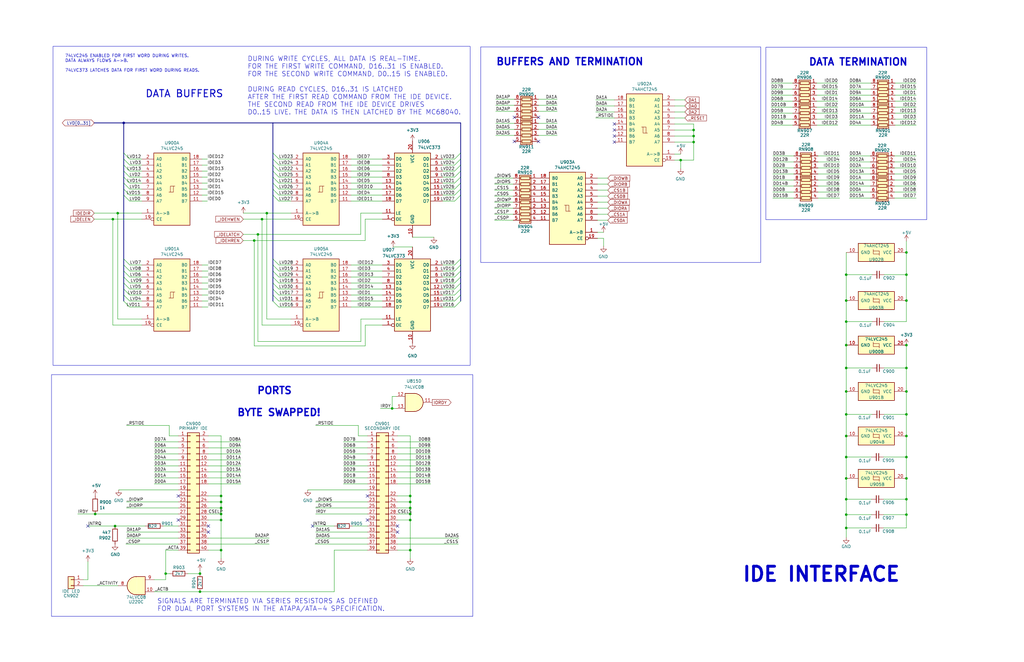
<source format=kicad_sch>
(kicad_sch (version 20230121) (generator eeschema)
  (paper "B")
  (title_block (title "AMIGA PCI") (date "2024-03-23") (rev "2.0"))
  (junction (at 356.8192 174.8536))
  (junction (at 108.7628 98.9076))
  (junction (at 172.974 219.456))
  (junction (at 165.354 172.3644))
  (junction (at 356.8192 115.9256))
  (junction (at 356.8192 145.6436))
  (junction (at 292.481 59.944))
  (junction (at 356.8192 192.8876))
  (junction (at 356.8192 165.2016))
  (junction (at 47.5996 92.5068))
  (junction (at 356.8192 135.7376))
  (junction (at 292.481 54.864))
  (junction (at 93.218 219.456))
  (junction (at 382.2192 192.8876))
  (junction (at 356.8192 210.6676))
  (junction (at 382.2192 145.6436))
  (junction (at 84.328 242.062))
  (junction (at 172.974 216.916))
  (junction (at 93.218 209.296))
  (junction (at 382.2192 201.8792))
  (junction (at 382.2192 165.2016))
  (junction (at 356.8192 155.2956))
  (junction (at 40.132 216.916))
  (junction (at 356.8192 183.9976))
  (junction (at 52.1716 51.8668))
  (junction (at 172.974 211.836))
  (junction (at 356.8192 217.17))
  (junction (at 382.2192 106.5276))
  (junction (at 382.2192 155.2956))
  (junction (at 49.6316 89.9668))
  (junction (at 287.02 67.564))
  (junction (at 93.218 211.836))
  (junction (at 292.481 57.404))
  (junction (at 93.218 232.156))
  (junction (at 48.514 221.996))
  (junction (at 69.85 242.062))
  (junction (at 172.974 214.376))
  (junction (at 356.8192 126.8476))
  (junction (at 107.188 101.4984))
  (junction (at 93.218 214.376))
  (junction (at 382.2192 174.8536))
  (junction (at 382.2192 115.9256))
  (junction (at 172.974 232.156))
  (junction (at 382.2192 210.6676))
  (junction (at 356.8192 222.8088))
  (junction (at 356.8192 201.8792))
  (junction (at 110.49 92.5068))
  (junction (at 93.218 216.916))
  (junction (at 382.2192 126.8476))
  (junction (at 382.2192 183.9976))
  (junction (at 172.974 209.296))
  (junction (at 112.522 89.9668))
  (junction (at 84.328 249.682))
  (junction (at 382.2192 217.17))
  (no_connect (at 87.884 221.996))
  (no_connect (at 37.084 221.996))
  (no_connect (at 259.08 54.864))
  (no_connect (at 216.916 59.69))
  (no_connect (at 87.884 224.536))
  (no_connect (at 216.916 49.53))
  (no_connect (at 154.94 209.296))
  (no_connect (at 259.08 59.944))
  (no_connect (at 259.08 52.324))
  (no_connect (at 167.64 224.536))
  (no_connect (at 227.076 49.53))
  (no_connect (at 131.826 221.996))
  (no_connect (at 259.08 57.404))
  (no_connect (at 167.64 221.996))
  (no_connect (at 227.076 59.69))
  (no_connect (at 75.184 209.296))
  (no_connect (at 154.94 219.456))
  (no_connect (at 75.184 219.456))
  (bus_entry (at 194.2592 121.9708) (size -2.54 2.54))
  (bus_entry (at 194.2592 114.3508) (size -2.54 2.54))
  (bus_entry (at 115.062 79.8068) (size 2.54 2.54))
  (bus_entry (at 194.2592 119.4308) (size -2.54 2.54))
  (bus_entry (at 194.2592 64.5668) (size -2.54 2.54))
  (bus_entry (at 52.1716 127.0508) (size 2.54 2.54))
  (bus_entry (at 115.062 124.5108) (size 2.54 2.54))
  (bus_entry (at 194.2592 116.8908) (size -2.54 2.54))
  (bus_entry (at 115.062 82.3468) (size 2.54 2.54))
  (bus_entry (at 52.1716 72.1868) (size 2.54 2.54))
  (bus_entry (at 52.1716 114.3508) (size 2.54 2.54))
  (bus_entry (at 52.1716 121.9708) (size 2.54 2.54))
  (bus_entry (at 52.1716 119.4308) (size 2.54 2.54))
  (bus_entry (at 194.2592 67.1068) (size -2.54 2.54))
  (bus_entry (at 115.062 127.0508) (size 2.54 2.54))
  (bus_entry (at 115.062 116.8908) (size 2.54 2.54))
  (bus_entry (at 52.1716 77.2668) (size 2.54 2.54))
  (bus_entry (at 194.2592 74.7268) (size -2.54 2.54))
  (bus_entry (at 115.062 121.9708) (size 2.54 2.54))
  (bus_entry (at 52.1716 111.8108) (size 2.54 2.54))
  (bus_entry (at 194.2592 109.2708) (size -2.54 2.54))
  (bus_entry (at 52.1716 64.5668) (size 2.54 2.54))
  (bus_entry (at 115.062 119.4308) (size 2.54 2.54))
  (bus_entry (at 194.2592 72.1868) (size -2.54 2.54))
  (bus_entry (at 115.062 72.1868) (size 2.54 2.54))
  (bus_entry (at 115.062 64.5668) (size 2.54 2.54))
  (bus_entry (at 194.2592 69.6468) (size -2.54 2.54))
  (bus_entry (at 115.062 77.2668) (size 2.54 2.54))
  (bus_entry (at 115.062 69.6468) (size 2.54 2.54))
  (bus_entry (at 115.062 74.7268) (size 2.54 2.54))
  (bus_entry (at 115.062 114.3508) (size 2.54 2.54))
  (bus_entry (at 194.2592 77.2668) (size -2.54 2.54))
  (bus_entry (at 52.1716 109.2708) (size 2.54 2.54))
  (bus_entry (at 194.2592 127.0508) (size -2.54 2.54))
  (bus_entry (at 194.2592 124.5108) (size -2.54 2.54))
  (bus_entry (at 52.1716 116.8908) (size 2.54 2.54))
  (bus_entry (at 52.1716 67.1068) (size 2.54 2.54))
  (bus_entry (at 52.1716 74.7268) (size 2.54 2.54))
  (bus_entry (at 52.1716 79.8068) (size 2.54 2.54))
  (bus_entry (at 115.062 67.1068) (size 2.54 2.54))
  (bus_entry (at 194.2592 82.3468) (size -2.54 2.54))
  (bus_entry (at 194.2592 111.8108) (size -2.54 2.54))
  (bus_entry (at 52.1716 82.3468) (size 2.54 2.54))
  (bus_entry (at 194.2592 79.8068) (size -2.54 2.54))
  (bus_entry (at 52.1716 124.5108) (size 2.54 2.54))
  (bus_entry (at 115.062 109.2708) (size 2.54 2.54))
  (bus_entry (at 115.062 111.8108) (size 2.54 2.54))
  (bus_entry (at 52.1716 69.6468) (size 2.54 2.54))
  (wire (pts (xy 325.12 50.292) (xy 334.264 50.292)))
  (wire (pts (xy 251.206 49.784) (xy 259.08 49.784)))
  (wire (pts (xy 292.481 54.864) (xy 292.481 57.404)))
  (wire (pts (xy 325.12 37.592) (xy 334.264 37.592)))
  (wire (pts (xy 117.602 127.0508) (xy 122.682 127.0508)))
  (wire (pts (xy 54.7116 74.7268) (xy 59.7916 74.7268)))
  (wire (pts (xy 191.7192 127.0508) (xy 186.6392 127.0508)))
  (wire (pts (xy 344.932 70.866) (xy 354.076 70.866)))
  (wire (pts (xy 234.95 46.99) (xy 227.076 46.99)))
  (wire (pts (xy 65.024 199.136) (xy 75.184 199.136)))
  (wire (pts (xy 167.64 201.676) (xy 181.61 201.676)))
  (wire (pts (xy 54.7116 72.1868) (xy 59.7916 72.1868)))
  (wire (pts (xy 251.206 44.704) (xy 259.08 44.704)))
  (wire (pts (xy 284.48 54.864) (xy 292.481 54.864)))
  (bus (pts (xy 52.1716 51.8668) (xy 39.7256 51.8668)))
  (wire (pts (xy 209.042 57.15) (xy 216.916 57.15)))
  (wire (pts (xy 284.48 59.944) (xy 292.481 59.944)))
  (wire (pts (xy 382.2192 155.2956) (xy 382.2192 165.2016)))
  (wire (pts (xy 54.7116 119.4308) (xy 59.7916 119.4308)))
  (wire (pts (xy 87.4776 67.1068) (xy 85.1916 67.1068)))
  (wire (pts (xy 191.7192 69.6468) (xy 186.6392 69.6468)))
  (wire (pts (xy 377.19 68.326) (xy 386.334 68.326)))
  (wire (pts (xy 325.882 78.486) (xy 334.772 78.486)))
  (wire (pts (xy 356.8192 226.822) (xy 356.8192 222.8088)))
  (wire (pts (xy 117.602 69.6468) (xy 122.682 69.6468)))
  (wire (pts (xy 71.628 242.062) (xy 69.85 242.062)))
  (wire (pts (xy 377.19 78.486) (xy 386.334 78.486)))
  (wire (pts (xy 129.794 206.756) (xy 154.94 206.756)))
  (wire (pts (xy 87.4776 72.1868) (xy 85.1916 72.1868)))
  (bus (pts (xy 194.2592 111.8108) (xy 194.2592 114.3508)))
  (wire (pts (xy 234.95 41.91) (xy 227.076 41.91)))
  (wire (pts (xy 49.6316 134.6708) (xy 59.7916 134.6708)))
  (wire (pts (xy 292.481 52.324) (xy 292.481 54.864)))
  (wire (pts (xy 382.2192 115.9256) (xy 372.8212 115.9256)))
  (wire (pts (xy 87.4776 69.6468) (xy 85.1916 69.6468)))
  (wire (pts (xy 251.968 85.344) (xy 256.286 85.344)))
  (wire (pts (xy 377.19 83.566) (xy 386.334 83.566)))
  (wire (pts (xy 344.424 37.592) (xy 353.314 37.592)))
  (wire (pts (xy 65.024 186.436) (xy 75.184 186.436)))
  (wire (pts (xy 356.8192 217.17) (xy 356.8192 210.6676)))
  (wire (pts (xy 209.042 46.99) (xy 216.916 46.99)))
  (bus (pts (xy 115.062 77.2668) (xy 115.062 74.7268)))
  (bus (pts (xy 194.2592 114.3508) (xy 194.2592 116.8908)))
  (wire (pts (xy 382.2192 126.8476) (xy 382.2192 135.7376)))
  (wire (pts (xy 173.9392 100.1268) (xy 182.9816 100.1268)))
  (bus (pts (xy 115.062 124.5108) (xy 115.062 127.0508)))
  (wire (pts (xy 372.5672 210.6676) (xy 382.2192 210.6676)))
  (bus (pts (xy 52.1716 64.5668) (xy 52.1716 51.8668)))
  (wire (pts (xy 87.7316 116.8908) (xy 85.1916 116.8908)))
  (bus (pts (xy 115.062 82.3468) (xy 115.062 109.2708)))
  (wire (pts (xy 53.086 229.616) (xy 75.184 229.616)))
  (wire (pts (xy 102.616 89.9668) (xy 112.522 89.9668)))
  (wire (pts (xy 356.8192 201.8792) (xy 356.8192 210.6676)))
  (wire (pts (xy 367.7412 135.7376) (xy 356.8192 135.7376)))
  (wire (pts (xy 358.14 37.592) (xy 367.284 37.592)))
  (bus (pts (xy 52.1716 51.8668) (xy 115.062 51.8668)))
  (wire (pts (xy 117.602 74.7268) (xy 122.682 74.7268)))
  (bus (pts (xy 115.062 69.6468) (xy 115.062 67.1068)))
  (wire (pts (xy 344.932 73.406) (xy 354.076 73.406)))
  (wire (pts (xy 65.024 191.516) (xy 75.184 191.516)))
  (wire (pts (xy 167.64 186.436) (xy 181.61 186.436)))
  (wire (pts (xy 191.7192 84.8868) (xy 186.6392 84.8868)))
  (wire (pts (xy 234.95 57.15) (xy 227.076 57.15)))
  (wire (pts (xy 117.602 79.8068) (xy 122.682 79.8068)))
  (wire (pts (xy 208.534 77.724) (xy 216.408 77.724)))
  (wire (pts (xy 69.85 232.156) (xy 75.184 232.156)))
  (wire (pts (xy 117.602 124.5108) (xy 122.682 124.5108)))
  (wire (pts (xy 75.184 183.896) (xy 71.374 183.896)))
  (wire (pts (xy 165.354 167.2844) (xy 165.354 172.3644)))
  (wire (pts (xy 191.7192 116.8908) (xy 186.6392 116.8908)))
  (wire (pts (xy 344.424 40.132) (xy 353.314 40.132)))
  (wire (pts (xy 144.78 194.056) (xy 154.94 194.056)))
  (wire (pts (xy 87.884 219.456) (xy 93.218 219.456)))
  (wire (pts (xy 382.2192 145.6436) (xy 382.2192 155.2956)))
  (wire (pts (xy 65.024 188.976) (xy 75.184 188.976)))
  (bus (pts (xy 115.062 114.3508) (xy 115.062 116.8908)))
  (wire (pts (xy 112.522 134.6708) (xy 112.522 89.9668)))
  (wire (pts (xy 148.082 119.4308) (xy 161.2392 119.4308)))
  (bus (pts (xy 52.1716 109.2708) (xy 52.1716 111.8108)))
  (wire (pts (xy 87.884 211.836) (xy 93.218 211.836)))
  (wire (pts (xy 54.7116 77.2668) (xy 59.7916 77.2668)))
  (wire (pts (xy 65.024 196.596) (xy 75.184 196.596)))
  (wire (pts (xy 93.218 219.456) (xy 93.218 232.156)))
  (wire (pts (xy 49.6316 89.9668) (xy 59.7916 89.9668)))
  (wire (pts (xy 87.884 194.056) (xy 101.6 194.056)))
  (wire (pts (xy 165.7604 104.1908) (xy 173.9392 104.1908)))
  (wire (pts (xy 152.0952 98.9076) (xy 108.7628 98.9076)))
  (wire (pts (xy 234.95 44.45) (xy 227.076 44.45)))
  (wire (pts (xy 65.024 249.682) (xy 84.328 249.682)))
  (wire (pts (xy 68.834 221.996) (xy 75.184 221.996)))
  (wire (pts (xy 251.968 75.184) (xy 256.286 75.184)))
  (wire (pts (xy 54.7116 114.3508) (xy 59.7916 114.3508)))
  (wire (pts (xy 325.882 83.566) (xy 334.772 83.566)))
  (wire (pts (xy 284.48 42.164) (xy 288.798 42.164)))
  (wire (pts (xy 148.082 129.5908) (xy 161.2392 129.5908)))
  (wire (pts (xy 148.082 111.8108) (xy 161.2392 111.8108)))
  (wire (pts (xy 50.038 206.756) (xy 75.184 206.756)))
  (wire (pts (xy 87.884 183.896) (xy 93.218 183.896)))
  (wire (pts (xy 356.8192 106.5276) (xy 356.8192 115.9256)))
  (wire (pts (xy 358.14 78.486) (xy 367.03 78.486)))
  (wire (pts (xy 117.602 67.1068) (xy 122.682 67.1068)))
  (bus (pts (xy 52.1716 74.7268) (xy 52.1716 72.1868)))
  (wire (pts (xy 382.2192 106.5276) (xy 382.2192 115.9256)))
  (bus (pts (xy 52.1716 69.6468) (xy 52.1716 67.1068)))
  (wire (pts (xy 161.2392 134.6708) (xy 152.1968 134.6708)))
  (wire (pts (xy 144.78 204.216) (xy 154.94 204.216)))
  (wire (pts (xy 167.64 211.836) (xy 172.974 211.836)))
  (wire (pts (xy 377.444 52.832) (xy 386.334 52.832)))
  (wire (pts (xy 161.2392 137.2108) (xy 154.0256 137.2108)))
  (wire (pts (xy 358.14 47.752) (xy 367.284 47.752)))
  (wire (pts (xy 325.882 75.946) (xy 334.772 75.946)))
  (wire (pts (xy 292.481 57.404) (xy 292.481 59.944)))
  (wire (pts (xy 167.64 188.976) (xy 181.61 188.976)))
  (wire (pts (xy 191.7192 74.7268) (xy 186.6392 74.7268)))
  (wire (pts (xy 53.34 214.376) (xy 75.184 214.376)))
  (wire (pts (xy 154.0256 145.9484) (xy 107.188 145.9484)))
  (wire (pts (xy 209.042 54.61) (xy 216.916 54.61)))
  (wire (pts (xy 65.024 194.056) (xy 75.184 194.056)))
  (wire (pts (xy 251.968 98.044) (xy 254.508 98.044)))
  (wire (pts (xy 59.7916 137.2108) (xy 47.5996 137.2108)))
  (bus (pts (xy 52.1716 82.3468) (xy 52.1716 79.8068)))
  (bus (pts (xy 194.2592 119.4308) (xy 194.2592 121.9708)))
  (wire (pts (xy 382.2192 192.8876) (xy 382.2192 201.8792)))
  (wire (pts (xy 107.188 101.4984) (xy 153.9748 101.4984)))
  (wire (pts (xy 325.882 65.786) (xy 334.772 65.786)))
  (wire (pts (xy 54.7116 121.9708) (xy 59.7916 121.9708)))
  (wire (pts (xy 356.8192 115.9256) (xy 356.8192 126.8476)))
  (bus (pts (xy 115.062 67.1068) (xy 115.062 64.5668)))
  (wire (pts (xy 87.884 204.216) (xy 101.6 204.216)))
  (wire (pts (xy 344.424 42.672) (xy 353.314 42.672)))
  (bus (pts (xy 115.062 119.4308) (xy 115.062 121.9708)))
  (wire (pts (xy 108.7628 98.9076) (xy 102.5652 98.9076)))
  (bus (pts (xy 194.2592 121.9708) (xy 194.2592 124.5108)))
  (bus (pts (xy 194.2592 82.3468) (xy 194.2592 109.2708)))
  (wire (pts (xy 167.64 199.136) (xy 181.61 199.136)))
  (wire (pts (xy 377.444 40.132) (xy 386.334 40.132)))
  (wire (pts (xy 117.602 114.3508) (xy 122.682 114.3508)))
  (wire (pts (xy 209.042 41.91) (xy 216.916 41.91)))
  (wire (pts (xy 79.248 242.062) (xy 84.328 242.062)))
  (wire (pts (xy 84.328 249.682) (xy 140.97 249.682)))
  (wire (pts (xy 191.7192 111.8108) (xy 186.6392 111.8108)))
  (wire (pts (xy 148.082 77.2668) (xy 161.2392 77.2668)))
  (wire (pts (xy 377.444 35.052) (xy 386.334 35.052)))
  (wire (pts (xy 208.534 82.804) (xy 216.408 82.804)))
  (wire (pts (xy 358.14 35.052) (xy 367.284 35.052)))
  (wire (pts (xy 144.78 196.596) (xy 154.94 196.596)))
  (wire (pts (xy 344.424 52.832) (xy 353.314 52.832)))
  (wire (pts (xy 191.7192 82.3468) (xy 186.6392 82.3468)))
  (wire (pts (xy 144.78 199.136) (xy 154.94 199.136)))
  (wire (pts (xy 292.481 59.944) (xy 292.481 67.564)))
  (wire (pts (xy 154.0256 137.2108) (xy 154.0256 145.9484)))
  (wire (pts (xy 172.974 216.916) (xy 172.974 219.456)))
  (wire (pts (xy 87.884 191.516) (xy 101.6 191.516)))
  (wire (pts (xy 372.5672 217.17) (xy 382.2192 217.17)))
  (wire (pts (xy 356.8192 145.6436) (xy 356.8192 155.2956)))
  (wire (pts (xy 292.481 67.564) (xy 287.02 67.564)))
  (wire (pts (xy 148.082 84.8868) (xy 161.2392 84.8868)))
  (wire (pts (xy 140.97 232.156) (xy 154.94 232.156)))
  (wire (pts (xy 144.78 191.516) (xy 154.94 191.516)))
  (wire (pts (xy 152.1968 134.6708) (xy 152.1968 144.1196)))
  (wire (pts (xy 117.602 119.4308) (xy 122.682 119.4308)))
  (wire (pts (xy 54.7116 111.8108) (xy 59.7916 111.8108)))
  (wire (pts (xy 117.602 72.1868) (xy 122.682 72.1868)))
  (wire (pts (xy 87.7316 111.8108) (xy 85.1916 111.8108)))
  (wire (pts (xy 377.19 75.946) (xy 386.334 75.946)))
  (wire (pts (xy 87.7316 129.5908) (xy 85.1916 129.5908)))
  (wire (pts (xy 344.932 78.486) (xy 354.076 78.486)))
  (wire (pts (xy 191.7192 124.5108) (xy 186.6392 124.5108)))
  (wire (pts (xy 172.974 232.156) (xy 172.974 235.712)))
  (wire (pts (xy 377.444 47.752) (xy 386.334 47.752)))
  (wire (pts (xy 382.2192 201.8792) (xy 382.2192 210.6676)))
  (wire (pts (xy 208.534 85.344) (xy 216.408 85.344)))
  (wire (pts (xy 284.48 47.244) (xy 288.798 47.244)))
  (wire (pts (xy 32.766 216.916) (xy 40.132 216.916)))
  (wire (pts (xy 148.082 124.5108) (xy 161.2392 124.5108)))
  (wire (pts (xy 325.12 45.212) (xy 334.264 45.212)))
  (wire (pts (xy 344.424 35.052) (xy 353.314 35.052)))
  (bus (pts (xy 194.2592 79.8068) (xy 194.2592 77.2668)))
  (wire (pts (xy 284.48 44.704) (xy 288.798 44.704)))
  (wire (pts (xy 344.932 65.786) (xy 354.076 65.786)))
  (bus (pts (xy 52.1716 114.3508) (xy 52.1716 116.8908)))
  (wire (pts (xy 84.328 240.792) (xy 84.328 242.062)))
  (wire (pts (xy 35.052 244.602) (xy 37.084 244.602)))
  (wire (pts (xy 54.7116 116.8908) (xy 59.7916 116.8908)))
  (wire (pts (xy 69.85 244.602) (xy 69.85 242.062)))
  (bus (pts (xy 52.1716 124.5108) (xy 52.1716 127.0508)))
  (wire (pts (xy 251.968 87.884) (xy 256.286 87.884)))
  (wire (pts (xy 53.34 224.536) (xy 75.184 224.536)))
  (wire (pts (xy 251.206 47.244) (xy 259.08 47.244)))
  (bus (pts (xy 52.1716 116.8908) (xy 52.1716 119.4308)))
  (bus (pts (xy 194.2592 109.2708) (xy 194.2592 111.8108)))
  (wire (pts (xy 382.2192 183.9976) (xy 382.2192 192.8876)))
  (wire (pts (xy 153.9748 101.4984) (xy 153.9748 92.5068)))
  (wire (pts (xy 325.882 73.406) (xy 334.772 73.406)))
  (wire (pts (xy 284.48 65.024) (xy 287.02 65.024)))
  (wire (pts (xy 358.14 65.786) (xy 367.03 65.786)))
  (wire (pts (xy 54.7116 127.0508) (xy 59.7916 127.0508)))
  (wire (pts (xy 133.096 211.836) (xy 154.94 211.836)))
  (wire (pts (xy 53.34 211.836) (xy 75.184 211.836)))
  (wire (pts (xy 144.78 188.976) (xy 154.94 188.976)))
  (wire (pts (xy 167.005 167.2844) (xy 165.354 167.2844)))
  (wire (pts (xy 372.8212 174.8536) (xy 382.2192 174.8536)))
  (wire (pts (xy 358.14 42.672) (xy 367.284 42.672)))
  (wire (pts (xy 358.14 70.866) (xy 367.03 70.866)))
  (wire (pts (xy 325.12 47.752) (xy 334.264 47.752)))
  (wire (pts (xy 191.7192 114.3508) (xy 186.6392 114.3508)))
  (wire (pts (xy 356.8192 126.8476) (xy 356.8192 135.7376)))
  (bus (pts (xy 115.062 79.8068) (xy 115.062 77.2668)))
  (wire (pts (xy 234.95 54.61) (xy 227.076 54.61)))
  (wire (pts (xy 133.096 179.578) (xy 151.13 179.578)))
  (wire (pts (xy 152.1968 144.1196) (xy 108.7628 144.1196)))
  (bus (pts (xy 194.2592 116.8908) (xy 194.2592 119.4308)))
  (wire (pts (xy 367.4872 210.6676) (xy 356.8192 210.6676)))
  (wire (pts (xy 284.48 57.404) (xy 292.481 57.404)))
  (wire (pts (xy 191.7192 72.1868) (xy 186.6392 72.1868)))
  (wire (pts (xy 208.534 90.424) (xy 216.408 90.424)))
  (bus (pts (xy 115.062 111.8108) (xy 115.062 114.3508)))
  (wire (pts (xy 167.64 194.056) (xy 181.61 194.056)))
  (wire (pts (xy 87.884 216.916) (xy 93.218 216.916)))
  (wire (pts (xy 358.14 73.406) (xy 367.03 73.406)))
  (wire (pts (xy 251.206 42.164) (xy 259.08 42.164)))
  (wire (pts (xy 54.7116 84.8868) (xy 59.7916 84.8868)))
  (wire (pts (xy 148.082 127.0508) (xy 161.2392 127.0508)))
  (bus (pts (xy 194.2592 82.3468) (xy 194.2592 79.8068)))
  (wire (pts (xy 167.64 216.916) (xy 172.974 216.916)))
  (bus (pts (xy 115.1128 51.8668) (xy 194.2084 51.8668)))
  (wire (pts (xy 87.4776 82.3468) (xy 85.1916 82.3468)))
  (wire (pts (xy 356.8192 155.2956) (xy 356.8192 165.2016)))
  (wire (pts (xy 167.64 196.596) (xy 181.61 196.596)))
  (wire (pts (xy 132.842 229.616) (xy 154.94 229.616)))
  (wire (pts (xy 93.218 211.836) (xy 93.218 214.376)))
  (wire (pts (xy 87.884 196.596) (xy 101.6 196.596)))
  (wire (pts (xy 87.4776 79.8068) (xy 85.1916 79.8068)))
  (wire (pts (xy 167.64 209.296) (xy 172.974 209.296)))
  (wire (pts (xy 208.534 92.964) (xy 216.408 92.964)))
  (wire (pts (xy 93.218 214.376) (xy 93.218 216.916)))
  (wire (pts (xy 152.0952 89.9668) (xy 152.0952 98.9076)))
  (wire (pts (xy 377.19 73.406) (xy 386.334 73.406)))
  (wire (pts (xy 54.7116 67.1068) (xy 59.7916 67.1068)))
  (bus (pts (xy 115.062 64.5668) (xy 115.062 51.8668)))
  (wire (pts (xy 110.49 137.2108) (xy 110.49 92.5068)))
  (bus (pts (xy 194.2592 72.1868) (xy 194.2592 69.6468)))
  (wire (pts (xy 87.7316 127.0508) (xy 85.1916 127.0508)))
  (wire (pts (xy 325.882 68.326) (xy 334.772 68.326)))
  (wire (pts (xy 133.096 224.536) (xy 154.94 224.536)))
  (bus (pts (xy 194.2592 74.7268) (xy 194.2592 72.1868)))
  (wire (pts (xy 191.7192 67.1068) (xy 186.6392 67.1068)))
  (wire (pts (xy 358.14 68.326) (xy 367.03 68.326)))
  (wire (pts (xy 148.59 221.996) (xy 154.94 221.996)))
  (wire (pts (xy 54.7116 124.5108) (xy 59.7916 124.5108)))
  (wire (pts (xy 377.19 81.026) (xy 386.334 81.026)))
  (wire (pts (xy 71.374 183.896) (xy 71.374 179.578)))
  (wire (pts (xy 358.14 75.946) (xy 367.03 75.946)))
  (wire (pts (xy 358.14 83.566) (xy 367.03 83.566)))
  (wire (pts (xy 167.64 219.456) (xy 172.974 219.456)))
  (wire (pts (xy 93.218 216.916) (xy 93.218 219.456)))
  (wire (pts (xy 117.602 121.9708) (xy 122.682 121.9708)))
  (wire (pts (xy 39.7256 92.5068) (xy 47.5996 92.5068)))
  (wire (pts (xy 358.14 40.132) (xy 367.284 40.132)))
  (wire (pts (xy 47.5996 137.2108) (xy 47.5996 92.5068)))
  (bus (pts (xy 194.2592 77.2668) (xy 194.2592 74.7268)))
  (wire (pts (xy 35.052 247.142) (xy 49.784 247.142)))
  (wire (pts (xy 325.12 35.052) (xy 334.264 35.052)))
  (bus (pts (xy 194.2592 67.1068) (xy 194.2592 64.5668)))
  (wire (pts (xy 358.14 81.026) (xy 367.03 81.026)))
  (wire (pts (xy 172.974 209.296) (xy 172.974 211.836)))
  (wire (pts (xy 382.2192 217.17) (xy 382.2192 222.8088)))
  (wire (pts (xy 325.12 52.832) (xy 334.264 52.832)))
  (wire (pts (xy 131.826 221.996) (xy 140.97 221.996)))
  (bus (pts (xy 52.1716 72.1868) (xy 52.1716 69.6468)))
  (wire (pts (xy 148.082 67.1068) (xy 161.2392 67.1068)))
  (bus (pts (xy 52.1716 111.8108) (xy 52.1716 114.3508)))
  (bus (pts (xy 52.1716 82.3468) (xy 52.1716 109.2708)))
  (wire (pts (xy 325.12 40.132) (xy 334.264 40.132)))
  (wire (pts (xy 93.218 183.896) (xy 93.218 209.296)))
  (wire (pts (xy 65.024 244.602) (xy 69.85 244.602)))
  (wire (pts (xy 377.444 37.592) (xy 386.334 37.592)))
  (wire (pts (xy 377.444 45.212) (xy 386.334 45.212)))
  (wire (pts (xy 87.884 232.156) (xy 93.218 232.156)))
  (wire (pts (xy 382.2192 174.8536) (xy 382.2192 183.9976)))
  (wire (pts (xy 377.444 50.292) (xy 386.334 50.292)))
  (wire (pts (xy 87.884 186.436) (xy 101.6 186.436)))
  (wire (pts (xy 40.132 216.916) (xy 75.184 216.916)))
  (wire (pts (xy 87.4776 84.8868) (xy 85.1916 84.8868)))
  (wire (pts (xy 112.522 89.9668) (xy 122.682 89.9668)))
  (wire (pts (xy 344.932 83.566) (xy 354.076 83.566)))
  (wire (pts (xy 191.7192 77.2668) (xy 186.6392 77.2668)))
  (wire (pts (xy 209.042 44.45) (xy 216.916 44.45)))
  (wire (pts (xy 87.884 214.376) (xy 93.218 214.376)))
  (wire (pts (xy 87.7316 124.5108) (xy 85.1916 124.5108)))
  (bus (pts (xy 52.1716 77.2668) (xy 52.1716 74.7268)))
  (wire (pts (xy 93.218 232.156) (xy 93.218 235.712)))
  (wire (pts (xy 117.602 111.8108) (xy 122.682 111.8108)))
  (wire (pts (xy 382.2192 135.7376) (xy 372.8212 135.7376)))
  (wire (pts (xy 117.602 77.2668) (xy 122.682 77.2668)))
  (wire (pts (xy 54.7116 69.6468) (xy 59.7916 69.6468)))
  (wire (pts (xy 372.8212 155.2956) (xy 382.2192 155.2956)))
  (wire (pts (xy 148.082 79.8068) (xy 161.2392 79.8068)))
  (wire (pts (xy 37.084 236.982) (xy 37.084 244.602)))
  (wire (pts (xy 87.884 188.976) (xy 101.6 188.976)))
  (wire (pts (xy 367.7412 155.2956) (xy 356.8192 155.2956)))
  (bus (pts (xy 194.2592 124.5108) (xy 194.2592 127.0508)))
  (wire (pts (xy 117.602 129.5908) (xy 122.682 129.5908)))
  (wire (pts (xy 367.4872 222.8088) (xy 356.8192 222.8088)))
  (wire (pts (xy 165.354 172.3644) (xy 167.005 172.3644)))
  (wire (pts (xy 191.7192 79.8068) (xy 186.6392 79.8068)))
  (wire (pts (xy 87.7316 114.3508) (xy 85.1916 114.3508)))
  (bus (pts (xy 52.1716 67.1068) (xy 52.1716 64.5668)))
  (wire (pts (xy 234.95 52.07) (xy 227.076 52.07)))
  (wire (pts (xy 208.534 87.884) (xy 216.408 87.884)))
  (wire (pts (xy 208.534 80.264) (xy 216.408 80.264)))
  (wire (pts (xy 287.02 67.564) (xy 284.48 67.564)))
  (bus (pts (xy 115.062 121.9708) (xy 115.062 124.5108)))
  (bus (pts (xy 115.062 82.3468) (xy 115.062 79.8068)))
  (wire (pts (xy 47.5996 92.5068) (xy 59.7916 92.5068)))
  (wire (pts (xy 87.7316 119.4308) (xy 85.1916 119.4308)))
  (wire (pts (xy 108.7628 144.1196) (xy 108.7628 98.9076)))
  (wire (pts (xy 167.64 214.376) (xy 172.974 214.376)))
  (wire (pts (xy 133.096 227.076) (xy 154.94 227.076)))
  (wire (pts (xy 382.2192 101.7524) (xy 382.2192 106.5276)))
  (wire (pts (xy 140.97 249.682) (xy 140.97 232.156)))
  (wire (pts (xy 110.49 92.5068) (xy 122.682 92.5068)))
  (wire (pts (xy 167.64 183.896) (xy 172.974 183.896)))
  (bus (pts (xy 52.1716 79.8068) (xy 52.1716 77.2668)))
  (wire (pts (xy 251.968 90.424) (xy 256.286 90.424)))
  (wire (pts (xy 167.64 191.516) (xy 181.61 191.516)))
  (bus (pts (xy 52.1716 119.4308) (xy 52.1716 121.9708)))
  (wire (pts (xy 191.7192 119.4308) (xy 186.6392 119.4308)))
  (wire (pts (xy 382.2192 115.9256) (xy 382.2192 126.8476)))
  (wire (pts (xy 356.8192 222.8088) (xy 356.8192 217.17)))
  (wire (pts (xy 172.974 214.376) (xy 172.974 216.916)))
  (wire (pts (xy 122.682 137.2108) (xy 110.49 137.2108)))
  (bus (pts (xy 115.062 72.1868) (xy 115.062 69.6468)))
  (wire (pts (xy 87.4776 77.2668) (xy 85.1916 77.2668)))
  (wire (pts (xy 356.8192 174.8536) (xy 356.8192 183.9976)))
  (wire (pts (xy 382.2192 210.6676) (xy 382.2192 217.17)))
  (wire (pts (xy 87.884 227.076) (xy 113.538 227.076)))
  (wire (pts (xy 377.19 70.866) (xy 386.334 70.866)))
  (wire (pts (xy 144.78 186.436) (xy 154.94 186.436)))
  (wire (pts (xy 172.974 183.896) (xy 172.974 209.296)))
  (wire (pts (xy 356.8192 135.7376) (xy 356.8192 145.6436)))
  (wire (pts (xy 251.968 77.724) (xy 256.286 77.724)))
  (wire (pts (xy 356.8192 183.9976) (xy 356.8192 192.8876)))
  (wire (pts (xy 167.64 232.156) (xy 172.974 232.156)))
  (wire (pts (xy 112.522 134.6708) (xy 122.682 134.6708)))
  (wire (pts (xy 167.64 227.076) (xy 193.548 227.076)))
  (wire (pts (xy 87.884 201.676) (xy 101.6 201.676)))
  (wire (pts (xy 325.12 42.672) (xy 334.264 42.672)))
  (wire (pts (xy 151.13 183.896) (xy 151.13 179.578)))
  (wire (pts (xy 107.188 145.9484) (xy 107.188 101.4984)))
  (wire (pts (xy 367.4872 217.17) (xy 356.8192 217.17)))
  (wire (pts (xy 344.424 50.292) (xy 353.314 50.292)))
  (wire (pts (xy 65.024 201.676) (xy 75.184 201.676)))
  (wire (pts (xy 87.884 209.296) (xy 93.218 209.296)))
  (wire (pts (xy 172.974 219.456) (xy 172.974 232.156)))
  (wire (pts (xy 144.78 201.676) (xy 154.94 201.676)))
  (wire (pts (xy 65.024 204.216) (xy 75.184 204.216)))
  (wire (pts (xy 172.974 211.836) (xy 172.974 214.376)))
  (wire (pts (xy 87.7316 121.9708) (xy 85.1916 121.9708)))
  (wire (pts (xy 372.5672 192.8876) (xy 382.2192 192.8876)))
  (wire (pts (xy 251.968 92.964) (xy 256.286 92.964)))
  (wire (pts (xy 160.401 172.3644) (xy 165.354 172.3644)))
  (wire (pts (xy 117.602 116.8908) (xy 122.682 116.8908)))
  (wire (pts (xy 87.884 199.136) (xy 101.6 199.136)))
  (wire (pts (xy 208.534 75.184) (xy 216.408 75.184)))
  (wire (pts (xy 356.8192 165.2016) (xy 356.8192 174.8536)))
  (wire (pts (xy 358.14 52.832) (xy 367.284 52.832)))
  (wire (pts (xy 382.2192 165.2016) (xy 382.2192 174.8536)))
  (wire (pts (xy 167.64 204.216) (xy 181.61 204.216)))
  (wire (pts (xy 117.602 84.8868) (xy 122.682 84.8868)))
  (wire (pts (xy 325.882 81.026) (xy 334.772 81.026)))
  (wire (pts (xy 167.64 229.616) (xy 193.294 229.616)))
  (wire (pts (xy 148.082 82.3468) (xy 161.2392 82.3468)))
  (wire (pts (xy 344.932 68.326) (xy 354.076 68.326)))
  (wire (pts (xy 69.85 242.062) (xy 69.85 232.156)))
  (wire (pts (xy 356.8192 115.9256) (xy 356.3112 115.9256)))
  (wire (pts (xy 148.082 72.1868) (xy 161.2392 72.1868)))
  (bus (pts (xy 115.062 109.2708) (xy 115.062 111.8108)))
  (wire (pts (xy 37.084 221.996) (xy 48.514 221.996)))
  (wire (pts (xy 133.096 214.376) (xy 154.94 214.376)))
  (wire (pts (xy 54.7116 129.5908) (xy 59.7916 129.5908)))
  (wire (pts (xy 148.082 114.3508) (xy 161.2392 114.3508)))
  (wire (pts (xy 102.616 92.5068) (xy 110.49 92.5068)))
  (wire (pts (xy 325.882 70.866) (xy 334.772 70.866)))
  (wire (pts (xy 372.5672 222.8088) (xy 382.2192 222.8088)))
  (wire (pts (xy 367.4872 192.8876) (xy 356.8192 192.8876)))
  (wire (pts (xy 153.9748 92.5068) (xy 161.2392 92.5068)))
  (wire (pts (xy 48.514 221.996) (xy 61.214 221.996)))
  (bus (pts (xy 52.1716 121.9708) (xy 52.1716 124.5108)))
  (bus (pts (xy 115.062 74.7268) (xy 115.062 72.1868)))
  (wire (pts (xy 287.02 67.564) (xy 287.02 71.12)))
  (wire (pts (xy 133.096 216.916) (xy 154.94 216.916)))
  (wire (pts (xy 209.042 52.07) (xy 216.916 52.07)))
  (wire (pts (xy 344.932 75.946) (xy 354.076 75.946)))
  (wire (pts (xy 367.7412 174.8536) (xy 356.8192 174.8536)))
  (wire (pts (xy 161.2392 89.9668) (xy 152.0952 89.9668)))
  (wire (pts (xy 148.082 74.7268) (xy 161.2392 74.7268)))
  (wire (pts (xy 358.14 50.292) (xy 367.284 50.292)))
  (wire (pts (xy 148.082 121.9708) (xy 161.2392 121.9708)))
  (wire (pts (xy 87.884 229.616) (xy 113.538 229.616)))
  (wire (pts (xy 254.508 100.584) (xy 251.968 100.584)))
  (wire (pts (xy 358.14 45.212) (xy 367.284 45.212)))
  (wire (pts (xy 356.8192 192.8876) (xy 356.8192 201.8792)))
  (bus (pts (xy 194.2592 69.6468) (xy 194.2592 67.1068)))
  (wire (pts (xy 284.48 49.784) (xy 288.798 49.784)))
  (wire (pts (xy 148.082 69.6468) (xy 161.2392 69.6468)))
  (wire (pts (xy 39.7256 89.9668) (xy 49.6316 89.9668)))
  (wire (pts (xy 54.7116 82.3468) (xy 59.7916 82.3468)))
  (wire (pts (xy 344.424 45.212) (xy 353.314 45.212)))
  (wire (pts (xy 191.7192 121.9708) (xy 186.6392 121.9708)))
  (wire (pts (xy 284.48 52.324) (xy 292.481 52.324)))
  (wire (pts (xy 117.602 82.3468) (xy 122.682 82.3468)))
  (bus (pts (xy 115.062 116.8908) (xy 115.062 119.4308)))
  (wire (pts (xy 93.218 209.296) (xy 93.218 211.836)))
  (wire (pts (xy 53.34 179.578) (xy 71.374 179.578)))
  (wire (pts (xy 251.968 82.804) (xy 256.286 82.804)))
  (wire (pts (xy 254.508 100.584) (xy 254.508 103.886)))
  (wire (pts (xy 344.932 81.026) (xy 354.076 81.026)))
  (wire (pts (xy 154.94 183.896) (xy 151.13 183.896)))
  (wire (pts (xy 54.7116 79.8068) (xy 59.7916 79.8068)))
  (wire (pts (xy 53.34 227.076) (xy 75.184 227.076)))
  (wire (pts (xy 49.6316 134.6708) (xy 49.6316 89.9668)))
  (wire (pts (xy 251.968 80.264) (xy 256.286 80.264)))
  (wire (pts (xy 191.7192 129.5908) (xy 186.6392 129.5908)))
  (wire (pts (xy 102.5652 101.4984) (xy 107.188 101.4984)))
  (wire (pts (xy 344.424 47.752) (xy 353.314 47.752)))
  (wire (pts (xy 377.19 65.786) (xy 386.334 65.786)))
  (wire (pts (xy 148.082 116.8908) (xy 161.2392 116.8908)))
  (bus (pts (xy 194.2592 64.5668) (xy 194.2592 51.8668)))
  (wire (pts (xy 377.444 42.672) (xy 386.334 42.672)))
  (wire (pts (xy 367.7412 115.9256) (xy 356.8192 115.9256)))
  (wire (pts (xy 87.4776 74.7268) (xy 85.1916 74.7268)))
  (rectangle (start 322.961 19.939) (end 390.779 92.71))
  (rectangle (start 202.692 19.812) (end 320.802 110.744))
  (rectangle (start 21.717 158.115) (end 199.39 260.096))
  (rectangle (start 22.352 19.558) (end 198.247 154.178))
  (text "PORTS" (at 108.204 166.751 0) (effects (font (size 3 3) bold) (justify left bottom)))
  (text "BUFFERS AND TERMINATION" (at 209.042 27.94 0) (effects (font (size 3 3) bold) (justify left bottom)))
  (text "DATA TERMINATION" (at 340.868 28.067 0) (effects (font (size 3 3) (thickness 0.6) bold) (justify left bottom)))
  (text "DATA BUFFERS" (at 61.1886 41.4528 0) (effects (font (size 3 3) (thickness 0.4) bold) (justify left bottom)))
  (text "74LVC245 ENABLED FOR FIRST WORD DURING WRITES.\nDATA ALWAYS FLOWS A->B.\n\n74LVC373 LATCHES DATA FOR FIRST WORD DURING READS." (at 27.432 30.5816 0) (effects (font (size 1.27 1.27)) (justify left bottom)))
  (text "IDE INTERFACE" (at 312.674 245.999 0) (effects (font (size 6 6) (thickness 1.2) bold) (justify left bottom)))
  (text "BYTE SWAPPED!" (at 99.822 176.022 0) (effects (font (size 3 3) (thickness 0.6) bold) (justify left bottom)))
  (text "DURING WRITE CYCLES, ALL DATA IS REAL-TIME. \nFOR THE FIRST WRITE COMMAND, D16..31 IS ENABLED.\nFOR THE SECOND WRITE COMMAND, D0..15 IS ENABLED.\n\nDURING READ CYCLES, D16..31 IS LATCHED \nAFTER THE FIRST READ COMMAND FROM THE IDE DEVICE.\nTHE SECOND READ FROM THE IDE DEVICE DRIVES\nD0..15 LIVE. THE DATA IS THEN LATCHED BY THE MC68040." (at 104.394 48.6664 0) (effects (font (size 2 2)) (justify left bottom)))
  (text "SIGNALS ARE TERMINATED VIA SERIES RESISTORS AS DEFINED\nFOR DUAL PORT SYSTEMS IN THE ATAPA/ATA-4 SPECIFICATION." (at 66.294 258.191 0) (effects (font (size 2 2)) (justify left bottom)))
  (label "DD2B" (at 325.882 70.866 0))
  (label "DD8A" (at 358.14 35.052 0))
  (label "IRDY" (at 160.401 172.3644 0))
  (label "_CS0S" (at 132.842 229.616 0))
  (label "DA1AS" (at 209.042 52.07 0))
  (label "LVD17" (at 117.7544 124.5108 0))
  (label "LVD20" (at 191.7192 82.3468 180))
  (label "IDED8" (at 87.7316 114.3508 0))
  (label "DD5A" (at 65.024 191.516 0))
  (label "IDED10" (at 150.368 79.8068 0))
  (label "DD0A" (at 65.024 204.216 0))
  (label "LVD14" (at 59.5376 77.2668 180))
  (label "LVD13" (at 59.5376 72.1868 180))
  (label "IDED9" (at 150.368 74.7268 0))
  (label "LVD11" (at 59.2836 129.5908 180))
  (label "IDED1" (at 150.622 124.5108 0))
  (label "DA1AP" (at 53.34 224.536 0))
  (label "DD3A" (at 65.024 196.596 0))
  (label "IDED4" (at 150.368 82.3468 0))
  (label "LVD19" (at 191.6684 114.3508 180))
  (label "DA1A" (at 234.95 41.91 180))
  (label "DD6A" (at 358.14 42.672 0))
  (label "DD1A" (at 65.024 201.676 0))
  (label "LVD26" (at 191.7192 79.8068 180))
  (label "IDED13" (at 386.334 47.752 180))
  (label "LVD28" (at 117.6528 111.8108 0))
  (label "DD9B" (at 325.12 40.132 0))
  (label "_DIOWP" (at 208.534 85.344 0))
  (label "IDED12" (at 353.314 52.832 180))
  (label "IDED15" (at 353.314 37.592 180))
  (label "DD14B" (at 181.61 201.676 180))
  (label "IDED13" (at 87.4776 72.1868 0))
  (label "LVD7" (at 59.5376 111.8108 180))
  (label "IDED0" (at 150.622 129.5908 0))
  (label "_DIORS" (at 208.534 77.724 0))
  (label "DD6A" (at 65.024 188.976 0))
  (label "IDED14" (at 150.622 121.9708 0))
  (label "_DIORP" (at 208.534 87.884 0))
  (label "LVD21" (at 117.602 77.2668 0))
  (label "IDED3" (at 353.314 50.292 180))
  (label "IDED12" (at 386.334 52.832 180))
  (label "IDED4" (at 386.334 68.326 180))
  (label "DD13B" (at 325.882 73.406 0))
  (label "DD0A" (at 358.14 81.026 0))
  (label "_ACTB" (at 65.278 249.682 0))
  (label "IDED8" (at 386.334 81.026 180))
  (label "LVD26" (at 117.602 79.8068 0))
  (label "IDED8" (at 354.076 81.026 180))
  (label "LVD16" (at 117.7544 129.5908 0))
  (label "LVD2" (at 59.2836 74.7268 180))
  (label "DA2A" (at 251.206 47.244 0))
  (label "DD7B" (at 144.78 186.436 0))
  (label "_RSTIDE" (at 251.206 49.784 0))
  (label "DD5B" (at 325.12 47.752 0))
  (label "LVD20" (at 117.602 82.3468 0))
  (label "LVD24" (at 191.7192 69.6468 180))
  (label "DD4A" (at 358.14 52.832 0))
  (label "LVD8" (at 59.5376 114.3508 180))
  (label "DD11B" (at 325.12 50.292 0))
  (label "IDED6" (at 87.7316 116.8908 0))
  (label "IDED14" (at 87.4776 77.2668 0))
  (label "DD9A" (at 101.6 188.976 180))
  (label "LVD22" (at 191.7192 72.1868 180))
  (label "LVD3" (at 59.5376 69.6468 180))
  (label "LVD0" (at 59.2836 84.8868 180))
  (label "DD7A" (at 358.14 37.592 0))
  (label "LVD29" (at 191.6684 116.8908 180))
  (label "DD6B" (at 325.12 42.672 0))
  (label "LVD23" (at 191.7192 67.1068 180))
  (label "IDED10" (at 87.7316 124.5108 0))
  (label "DD15B" (at 325.882 83.566 0))
  (label "LVD9" (at 59.7916 119.4308 180))
  (label "IDED6" (at 150.368 72.1868 0))
  (label "DA0A" (at 234.95 44.45 180))
  (label "IDED0" (at 353.314 35.052 180))
  (label "DD15B" (at 181.61 204.216 180))
  (label "DA1AS" (at 133.096 224.536 0))
  (label "DD11A" (at 101.6 194.056 180))
  (label "IDED11" (at 354.076 65.786 180))
  (label "LVD23" (at 117.602 67.1068 0))
  (label "DD10B" (at 325.12 45.212 0))
  (label "IDED7" (at 354.076 83.566 180))
  (label "IDED9" (at 354.076 75.946 180))
  (label "DA1A" (at 234.95 52.07 180))
  (label "_DIOWS" (at 133.096 211.836 0))
  (label "IDED7" (at 386.334 83.566 180))
  (label "IDED3" (at 150.622 114.3508 0))
  (label "DD3B" (at 325.882 65.786 0))
  (label "LVD22" (at 117.602 72.1868 0))
  (label "IRDY" (at 32.766 216.916 0))
  (label "_CS1P" (at 113.538 229.616 180))
  (label "_DIOWS" (at 208.534 75.184 0))
  (label "IDED8" (at 150.368 69.6468 0))
  (label "_CS1P" (at 208.534 90.424 0))
  (label "INTRQ" (at 37.084 221.996 0))
  (label "IDED15" (at 386.334 37.592 180))
  (label "IDED15" (at 87.4776 82.3468 0))
  (label "IDED1" (at 386.334 40.132 180))
  (label "IDED6" (at 386.334 78.486 180))
  (label "IDED5" (at 354.076 73.406 180))
  (label "LVD31" (at 191.5668 127.0508 180))
  (label "_CS0P" (at 53.086 229.616 0))
  (label "IDED4" (at 354.076 68.326 180))
  (label "DD10A" (at 101.6 191.516 180))
  (label "IDED0" (at 386.334 35.052 180))
  (label "IDED3" (at 87.4776 69.6468 0))
  (label "CSELP" (at 87.884 216.916 0))
  (label "DD12B" (at 181.61 196.596 180))
  (label "LVD6" (at 59.5376 116.8908 180))
  (label "IDED5" (at 386.334 73.406 180))
  (label "DD15A" (at 101.6 204.216 180))
  (label "LVD30" (at 117.602 121.9708 0))
  (label "IDED11" (at 150.368 84.8868 0))
  (label "LVD24" (at 117.602 69.6468 0))
  (label "LVD25" (at 191.7192 74.7268 180))
  (label "DD10A" (at 358.14 45.212 0))
  (label "_ACTA" (at 69.85 232.156 0))
  (label "LVD30" (at 191.7192 121.9708 180))
  (label "IDED15" (at 150.622 127.0508 0))
  (label "DD1B" (at 144.78 201.676 0))
  (label "IDED11" (at 87.7316 129.5908 0))
  (label "DD2B" (at 144.78 199.136 0))
  (label "LVD27" (at 191.7192 84.8868 180))
  (label "LVD17" (at 191.5668 124.5108 180))
  (label "LVD10" (at 59.7916 124.5108 180))
  (label "IDED0" (at 87.4776 84.8868 0))
  (label "DA0A" (at 234.95 54.61 180))
  (label "DD12B" (at 325.882 68.326 0))
  (label "DA0A" (at 251.206 44.704 0))
  (label "IDED13" (at 150.622 116.8908 0))
  (label "DD0B" (at 325.882 81.026 0))
  (label "DA2AS" (at 193.548 227.076 180))
  (label "LVD15" (at 59.2836 82.3468 180))
  (label "DD10B" (at 181.61 191.516 180))
  (label "LVD21" (at 191.7192 77.2668 180))
  (label "_ACTIVITY" (at 49.784 247.142 180))
  (label "DD8A" (at 101.6 186.436 180))
  (label "DA2A" (at 234.95 57.15 180))
  (label "LVD27" (at 117.602 84.8868 0))
  (label "IDED7" (at 150.368 67.1068 0))
  (label "IDED10" (at 386.334 70.866 180))
  (label "IDED1" (at 87.4776 79.8068 0))
  (label "LVD19" (at 117.6528 114.3508 0))
  (label "DD15A" (at 358.14 83.566 0))
  (label "DD2A" (at 358.14 70.866 0))
  (label "_CS0S" (at 208.534 82.804 0))
  (label "IDED14" (at 386.334 42.672 180))
  (label "DD13B" (at 181.61 199.136 180))
  (label "IDED12" (at 87.4776 67.1068 0))
  (label "IDED10" (at 354.076 70.866 180))
  (label "DA2A" (at 234.95 46.99 180))
  (label "_CS1S" (at 193.294 229.616 180))
  (label "IDED6" (at 354.076 78.486 180))
  (label "_RSTIDE" (at 53.34 179.578 0))
  (label "DD8B" (at 325.12 35.052 0))
  (label "DA2AP" (at 209.042 46.99 0))
  (label "DD11B" (at 181.61 194.056 180))
  (label "_DIORS" (at 133.096 214.376 0))
  (label "DD14A" (at 101.6 201.676 180))
  (label "LVD28" (at 191.6684 111.8108 180))
  (label "DD9B" (at 181.61 188.976 180))
  (label "DD7A" (at 65.024 186.436 0))
  (label "DD9A" (at 358.14 40.132 0))
  (label "LVD12" (at 59.5376 67.1068 180))
  (label "IDED3" (at 386.334 50.292 180))
  (label "LVD25" (at 117.602 74.7268 0))
  (label "DD4A" (at 65.024 194.056 0))
  (label "DD11A" (at 358.14 50.292 0))
  (label "DA0AS" (at 209.042 54.61 0))
  (label "IDED1" (at 353.314 40.132 180))
  (label "CSELS" (at 167.64 216.916 0))
  (label "DD6B" (at 144.78 188.976 0))
  (label "IDED9" (at 386.334 75.946 180))
  (label "DD5B" (at 144.78 191.516 0))
  (label "LVD16" (at 191.5668 129.5908 180))
  (label "LVD18" (at 191.5922 119.4308 180))
  (label "_DIORP" (at 53.34 214.376 0))
  (label "IRDY" (at 133.096 216.916 0))
  (label "DA2AS" (at 209.042 57.15 0))
  (label "IDED11" (at 386.334 65.786 180))
  (label "IDED2" (at 353.314 45.212 180))
  (label "DA0AS" (at 133.096 227.076 0))
  (label "DD13A" (at 101.6 199.136 180))
  (label "DD3B" (at 144.78 196.596 0))
  (label "IDED13" (at 353.314 47.752 180))
  (label "DD3A" (at 358.14 65.786 0))
  (label "IDED12" (at 150.622 111.8108 0))
  (label "IDED14" (at 353.314 42.672 180))
  (label "_CS1S" (at 208.534 80.264 0))
  (label "DA2AP" (at 113.538 227.076 180))
  (label "DD2A" (at 65.024 199.136 0))
  (label "DD4B" (at 144.78 194.056 0))
  (label "IDED2" (at 386.334 45.212 180))
  (label "IDED7" (at 87.7316 111.8108 0))
  (label "DA1AP" (at 209.042 41.91 0))
  (label "DA0AP" (at 53.34 227.076 0))
  (label "_RSTIDE" (at 133.096 179.578 0))
  (label "_CS0P" (at 208.534 92.964 0))
  (label "LVD18" (at 117.729 119.4308 0))
  (label "LVD31" (at 117.7544 127.0508 0))
  (label "_DIOWP" (at 53.34 211.836 0))
  (label "DD1A" (at 358.14 75.946 0))
  (label "DD12A" (at 101.6 196.596 180))
  (label "IDED5" (at 150.368 77.2668 0))
  (label "LVD4" (at 59.5376 127.0508 180))
  (label "DD13A" (at 358.14 73.406 0))
  (label "DD1B" (at 325.882 75.946 0))
  (label "INTRQ" (at 131.826 221.996 0))
  (label "DA0AP" (at 209.042 44.45 0))
  (label "IDED5" (at 87.7316 121.9708 0))
  (label "DD14A" (at 358.14 78.486 0))
  (label "DD8B" (at 181.61 186.436 180))
  (label "LVD1" (at 59.2836 79.8068 180))
  (label "IDED9" (at 87.7316 119.4308 0))
  (label "LVD5" (at 59.5376 121.9708 180))
  (label "DD14B" (at 325.882 78.486 0))
  (label "DD4B" (at 325.12 52.832 0))
  (label "DD0B" (at 144.78 204.216 0))
  (label "IDED2" (at 87.4776 74.7268 0))
  (label "LVD29" (at 117.6528 116.8908 0))
  (label "DD5A" (at 358.14 47.752 0))
  (label "DA1A" (at 251.206 42.164 0))
  (label "IDED2" (at 150.622 119.4308 0))
  (label "DD12A" (at 358.14 68.326 0))
  (label "DD7B" (at 325.12 37.592 0))
  (label "IDED4" (at 87.7316 127.0508 0))
  (global_label "_CS1B" (shape input) (at 256.286 80.264 0) (property "Intersheetrefs" "${INTERSHEET_REFS}" (at 265.1184 80.264 0) (effects (justify left))))
  (global_label "_DIOWB" (shape input) (at 256.286 75.184 0) (property "Intersheetrefs" "${INTERSHEET_REFS}" (at 266.0861 75.184 0) (effects (justify left))))
  (global_label "_CS0B" (shape input) (at 256.286 82.804 0) (property "Intersheetrefs" "${INTERSHEET_REFS}" (at 265.1184 82.804 0) (effects (justify left))))
  (global_label "DA1" (shape input) (at 288.798 42.164 0) (property "Intersheetrefs" "${INTERSHEET_REFS}" (at 295.3513 42.164 0) (effects (justify left))))
  (global_label "_IDELEN" (shape input) (at 39.7256 92.5068 180) (property "Intersheetrefs" "${INTERSHEET_REFS}" (at 29.3208 92.5068 0) (effects (justify right))))
  (global_label "_DIOWA" (shape input) (at 256.286 85.344 0) (property "Intersheetrefs" "${INTERSHEET_REFS}" (at 265.9047 85.344 0) (effects (justify left))))
  (global_label "DA2" (shape input) (at 288.798 47.244 0) (property "Intersheetrefs" "${INTERSHEET_REFS}" (at 295.3513 47.244 0) (effects (justify left))))
  (global_label "_CS0A" (shape input) (at 256.286 92.964 0) (property "Intersheetrefs" "${INTERSHEET_REFS}" (at 264.937 92.964 0) (effects (justify left))))
  (global_label "IORDY" (shape output) (at 182.245 169.8244 0) (property "Intersheetrefs" "${INTERSHEET_REFS}" (at 190.133 169.745 0) (effects (justify left))))
  (global_label "IDEDIR" (shape input) (at 39.7256 89.9668 180) (effects (font (size 1.2954 1.2954))) (property "Intersheetrefs" "${INTERSHEET_REFS}" (at 31.6992 89.916 0) (effects (justify right))))
  (global_label "_IDEHWEN" (shape input) (at 102.616 92.5068 180) (property "Intersheetrefs" "${INTERSHEET_REFS}" (at 90.378 92.5068 0) (effects (justify right))))
  (global_label "LVD[0..31]" (shape bidirectional) (at 39.7256 51.8668 180) (property "Intersheetrefs" "${INTERSHEET_REFS}" (at 42.9006 54.7878 0) (effects (justify right))))
  (global_label "_DIORB" (shape input) (at 256.286 77.724 0) (property "Intersheetrefs" "${INTERSHEET_REFS}" (at 265.9047 77.724 0) (effects (justify left))))
  (global_label "_CS1A" (shape input) (at 256.286 90.424 0) (property "Intersheetrefs" "${INTERSHEET_REFS}" (at 264.937 90.424 0) (effects (justify left))))
  (global_label "_IDEHREN" (shape input) (at 102.5652 101.4984 180) (property "Intersheetrefs" "${INTERSHEET_REFS}" (at 90.5086 101.4984 0) (effects (justify right))))
  (global_label "_IDELATCH" (shape input) (at 102.5652 98.9076 180) (property "Intersheetrefs" "${INTERSHEET_REFS}" (at 89.9832 98.9076 0) (effects (justify right))))
  (global_label "_RESET" (shape input) (at 288.798 49.784 0) (property "Intersheetrefs" "${INTERSHEET_REFS}" (at 298.4165 49.784 0) (effects (justify left))))
  (global_label "DA0" (shape input) (at 288.798 44.704 0) (property "Intersheetrefs" "${INTERSHEET_REFS}" (at 295.3513 44.704 0) (effects (justify left))))
  (global_label "_DIORA" (shape input) (at 256.286 87.884 0) (property "Intersheetrefs" "${INTERSHEET_REFS}" (at 265.7233 87.884 0) (effects (justify left))))
  (symbol (lib_id "Device:C_Small") (at 370.0272 217.17 270) (unit 1)
    (property "Reference" "C907" (at 372.0592 218.567 90) (effects (justify left)))
    (property "Value" "0.1uF" (at 362.0262 218.694 90) (effects (justify left)))
    (property "Footprint" "Capacitor_SMD:C_0603_1608Metric" (effects hide))
  )
  (symbol (lib_id "AmigaPCI-Symbols:Conn_02x20_IDE") (at 80.264 206.756 0) (unit 1)
    (property "Reference" "CN900" (at 81.534 178.816 0))
    (property "Value" "PRIMARY IDE" (at 81.534 180.737 0))
    (property "Footprint" "AmigaPCI:ATA_Header_2x20_P2.54mm" (effects hide))
  )
  (symbol (lib_id "AmigaPCI-Symbols:74LVC245") (at 369.5192 106.5276 270) (unit 2)
    (property "Reference" "U902" (at 369.5192 109.5756 90))
    (property "Value" "74AHCT245" (at 369.5192 103.7336 90))
    (property "Footprint" "Package_SO:TSSOP-20_4.4x6.5mm_P0.65mm" (effects hide))
    (property "Datasheet" "http://www.ti.com/lit/gpn/sn74LS245" (effects hide))
  )
  (symbol (lib_id "AmigaPCI-Symbols:74LVC245") (at 135.382 79.8068 0) (unit 1)
    (property "Reference" "U904" (at 135.382 60.325 0))
    (property "Value" "74LVC245" (at 135.382 62.6364 0))
    (property "Footprint" "Package_SO:TSSOP-20_4.4x6.5mm_P0.65mm" (effects hide))
    (property "Datasheet" "http://www.ti.com/lit/gpn/sn74LS245" (effects hide))
  )
  (symbol (lib_id "Device:R_Pack04") (at 339.344 40.132 90) (mirror x) (unit 1)
    (property "Reference" "RN906" (at 339.217 32.639 90))
    (property "Value" "22R" (at 339.217 30.718 90))
    (property "Footprint" "Resistor_SMD:R_Array_Convex_4x1206" (effects hide))
    (property "Part Number" "CAY16-470J4LF" (effects hide))
  )
  (symbol (lib_id "AmigaPCI-Symbols:Conn_02x20_IDE") (at 160.02 206.756 0) (unit 1)
    (property "Reference" "CN901" (at 161.29 178.816 0))
    (property "Value" "SECONDARY IDE" (at 161.29 180.737 0))
    (property "Footprint" "AmigaPCI:ATA_Header_2x20_P2.54mm" (effects hide))
  )
  (symbol (lib_id "Device:R") (at 75.438 242.062 90) (unit 1)
    (property "Reference" "R903" (at 77.978 239.522 90) (effects (justify left)))
    (property "Value" "2k7" (at 77.343 242.062 90) (effects (justify left)))
    (property "Footprint" "Resistor_SMD:R_0603_1608Metric" (effects hide))
  )
  (symbol (lib_id "Device:R_Pack04") (at 221.996 57.15 90) (mirror x) (unit 1)
    (property "Reference" "RN911" (at 221.996 61.976 90))
    (property "Value" "22R" (at 221.996 63.897 90))
    (property "Footprint" "Resistor_SMD:R_Array_Convex_4x1206" (effects hide))
    (property "Part Number" "CAY16-470J4LF" (effects hide))
  )
  (symbol (lib_id "power:GND") (at 50.038 206.756 0) (unit 1)
    (property "Reference" "#PWR0294" (effects hide))
    (property "Value" "GND" (at 50.038 211.1994 0))
  )
  (symbol (lib_id "power:GND") (at 356.8192 226.822 0) (unit 1)
    (property "Reference" "#PWR034" (effects hide))
    (property "Value" "GND" (at 354.7872 230.632 0) (effects (justify left)))
  )
  (symbol (lib_id "74xx:74HC373") (at 173.9392 124.5108 0) (unit 1)
    (property "Reference" "U907" (at 161.2392 105.4608 0) (effects (justify left)))
    (property "Value" "74LVC373" (at 161.2392 108.0008 0) (effects (justify left)))
    (property "Footprint" "Package_SO:TSSOP-20_4.4x6.5mm_P0.65mm" (effects hide))
    (property "Datasheet" "https://www.ti.com/lit/ds/symlink/cd54hc373.pdf" (effects hide))
  )
  (symbol (lib_id "power:GND") (at 48.514 229.616 0) (unit 1)
    (property "Reference" "#PWR0293" (effects hide))
    (property "Value" "GND" (at 48.641 234.0102 0))
  )
  (symbol (lib_id "74xx:74LS08") (at 174.625 169.8244 0) (unit 4)
    (property "Reference" "U815" (at 174.6167 160.8074 0))
    (property "Value" "74LVC08" (at 174.6167 163.3474 0))
    (property "Footprint" "Package_SO:TSSOP-14_4.4x5mm_P0.65mm" (effects hide))
    (property "Datasheet" "http://www.ti.com/lit/gpn/sn74LS08" (effects hide))
  )
  (symbol (lib_id "Device:R") (at 144.78 221.996 90) (unit 1)
    (property "Reference" "R905" (at 152.908 220.98 90) (effects (justify left)))
    (property "Value" "82R" (at 146.05 221.996 90) (effects (justify left)))
    (property "Footprint" "Resistor_SMD:R_0603_1608Metric" (effects hide))
  )
  (symbol (lib_id "Device:R_Pack04") (at 372.11 81.026 90) (mirror x) (unit 1)
    (property "Reference" "RN903" (at 372.11 85.852 90))
    (property "Value" "22R" (at 372.11 87.773 90))
    (property "Footprint" "Resistor_SMD:R_Array_Convex_4x1206" (effects hide))
    (property "Part Number" "CAY16-470J4LF" (effects hide))
  )
  (symbol (lib_id "AmigaPCI-Symbols:74LVC245") (at 369.5192 201.8792 270) (unit 2)
    (property "Reference" "U905" (at 369.8748 204.4192 90))
    (property "Value" "74LVC245" (at 369.5192 199.5424 90))
    (property "Footprint" "Package_SO:TSSOP-20_4.4x6.5mm_P0.65mm" (effects hide))
    (property "Datasheet" "http://www.ti.com/lit/gpn/sn74LS245" (effects hide))
  )
  (symbol (lib_id "Device:R_Pack04") (at 339.852 81.026 90) (mirror x) (unit 1)
    (property "Reference" "RN909" (at 339.852 86.741 90))
    (property "Value" "22R" (at 339.852 88.662 90))
    (property "Footprint" "Resistor_SMD:R_Array_Convex_4x1206" (effects hide))
    (property "Part Number" "CAY16-470J4LF" (effects hide))
  )
  (symbol (lib_id "Device:R_Pack04") (at 372.364 50.292 90) (mirror x) (unit 1)
    (property "Reference" "RN901" (at 372.364 55.118 90))
    (property "Value" "22R" (at 372.364 57.039 90))
    (property "Footprint" "Resistor_SMD:R_Array_Convex_4x1206" (effects hide))
    (property "Part Number" "CAY16-470J4LF" (effects hide))
  )
  (symbol (lib_id "AmigaPCI-Symbols:74LVC245") (at 72.4916 124.5108 0) (unit 1)
    (property "Reference" "U901" (at 72.4916 105.029 0))
    (property "Value" "74LVC245" (at 72.4916 107.3404 0))
    (property "Footprint" "Package_SO:TSSOP-20_4.4x6.5mm_P0.65mm" (effects hide))
    (property "Datasheet" "http://www.ti.com/lit/gpn/sn74LS245" (effects hide))
  )
  (symbol (lib_id "AmigaPCI-Symbols:74LVC245") (at 72.4916 79.8068 0) (unit 1)
    (property "Reference" "U900" (at 72.4916 60.325 0))
    (property "Value" "74LVC245" (at 72.4916 62.6364 0))
    (property "Footprint" "Package_SO:TSSOP-20_4.4x6.5mm_P0.65mm" (effects hide))
    (property "Datasheet" "http://www.ti.com/lit/gpn/sn74LS245" (effects hide))
  )
  (symbol (lib_id "AmigaPCI-Symbols:74LVC245") (at 369.5192 165.2016 270) (unit 2)
    (property "Reference" "U901" (at 369.5192 167.7416 90))
    (property "Value" "74LVC245" (at 369.5192 162.6616 90))
    (property "Footprint" "Package_SO:TSSOP-20_4.4x6.5mm_P0.65mm" (effects hide))
    (property "Datasheet" "http://www.ti.com/lit/gpn/sn74LS245" (effects hide))
  )
  (symbol (lib_id "Connector_Generic:Conn_01x02") (at 29.972 244.602 0) (mirror y) (unit 1)
    (property "Reference" "CN902" (at 29.972 251.4219 0))
    (property "Value" "IDE LED" (at 29.972 249.5009 0))
    (property "Footprint" "Connector_PinHeader_2.54mm:PinHeader_1x02_P2.54mm_Vertical" (effects hide))
  )
  (symbol (lib_id "power:+3V3") (at 382.2192 145.6436 0) (unit 1)
    (property "Reference" "#PWR0328" (effects hide))
    (property "Value" "+3V3" (at 382.2192 141.3256 0))
  )
  (symbol (lib_id "Device:C_Small") (at 370.2812 135.7376 270) (unit 1)
    (property "Reference" "C904" (at 372.3132 137.1346 90) (effects (justify left)))
    (property "Value" "0.1uF" (at 362.2802 137.2616 90) (effects (justify left)))
    (property "Footprint" "Capacitor_SMD:C_0603_1608Metric" (effects hide))
  )
  (symbol (lib_id "power:+3V3") (at 173.9392 59.4868 0) (unit 1)
    (property "Reference" "#PWR0332" (effects hide))
    (property "Value" "+3V3" (at 173.9392 54.9148 0))
  )
  (symbol (lib_id "Device:C_Small") (at 370.2812 155.2956 270) (unit 1)
    (property "Reference" "C900" (at 372.1862 156.6926 90) (effects (justify left)))
    (property "Value" "0.1uF" (at 361.8992 156.6926 90) (effects (justify left)))
    (property "Footprint" "Capacitor_SMD:C_0603_1608Metric" (effects hide))
  )
  (symbol (lib_id "Device:R_Pack04") (at 221.996 46.99 90) (mirror x) (unit 1)
    (property "Reference" "RN905" (at 221.996 39.767 90))
    (property "Value" "22R" (at 221.996 37.846 90))
    (property "Footprint" "Resistor_SMD:R_Array_Convex_4x1206" (effects hide))
    (property "Part Number" "CAY16-470J4LF" (effects hide))
  )
  (symbol (lib_id "Device:C_Small") (at 370.0272 210.6676 270) (unit 1)
    (property "Reference" "C906" (at 372.0592 212.0646 90) (effects (justify left)))
    (property "Value" "0.1uF" (at 362.0262 212.1916 90) (effects (justify left)))
    (property "Footprint" "Capacitor_SMD:C_0603_1608Metric" (effects hide))
  )
  (symbol (lib_id "power:GND") (at 287.02 71.12 0) (mirror y) (unit 1)
    (property "Reference" "#PWR0302" (effects hide))
    (property "Value" "GND" (at 286.893 75.5142 0))
  )
  (symbol (lib_id "AmigaPCI-Symbols:74LVC245") (at 239.268 87.884 0) (mirror y) (unit 1)
    (property "Reference" "U903" (at 239.268 68.4022 0))
    (property "Value" "74AHCT245" (at 239.268 70.7136 0))
    (property "Footprint" "Package_SO:TSSOP-20_4.4x6.5mm_P0.65mm" (effects hide))
    (property "Datasheet" "http://www.ti.com/lit/gpn/sn74LS245" (effects hide))
  )
  (symbol (lib_id "Device:R") (at 65.024 221.996 90) (unit 1)
    (property "Reference" "R901" (at 73.152 220.98 90) (effects (justify left)))
    (property "Value" "82R" (at 66.294 221.996 90) (effects (justify left)))
    (property "Footprint" "Resistor_SMD:R_0603_1608Metric" (effects hide))
  )
  (symbol (lib_id "Device:C_Small") (at 370.0272 192.8876 270) (unit 1)
    (property "Reference" "C905" (at 372.0592 194.2846 90) (effects (justify left)))
    (property "Value" "0.1uF" (at 362.0262 194.4116 90) (effects (justify left)))
    (property "Footprint" "Capacitor_SMD:C_0603_1608Metric" (effects hide))
  )
  (symbol (lib_id "power:+3V3") (at 37.084 236.982 0) (unit 1)
    (property "Reference" "#PWR0182" (effects hide))
    (property "Value" "+3V3" (at 37.084 232.41 0))
  )
  (symbol (lib_id "AmigaPCI-Symbols:74LVC245") (at 135.382 124.5108 0) (unit 1)
    (property "Reference" "U905" (at 135.382 105.029 0))
    (property "Value" "74LVC245" (at 135.382 107.3404 0))
    (property "Footprint" "Package_SO:TSSOP-20_4.4x6.5mm_P0.65mm" (effects hide))
    (property "Datasheet" "http://www.ti.com/lit/gpn/sn74LS245" (effects hide))
  )
  (symbol (lib_id "power:GND") (at 172.974 235.712 0) (unit 1)
    (property "Reference" "#PWR0308" (effects hide))
    (property "Value" "GND" (at 172.974 240.1554 0))
  )
  (symbol (lib_id "Device:R") (at 40.132 213.106 0) (unit 1)
    (property "Reference" "R900" (at 41.91 211.9376 0) (effects (justify left)))
    (property "Value" "1k" (at 41.91 214.249 0) (effects (justify left)))
    (property "Footprint" "Resistor_SMD:R_0603_1608Metric" (effects hide))
  )
  (symbol (lib_id "AmigaPCI-Symbols:74LVC245") (at 369.5192 126.8476 270) (unit 2)
    (property "Reference" "U903" (at 369.5192 129.8956 90))
    (property "Value" "74AHCT245" (at 369.5192 124.0536 90))
    (property "Footprint" "Package_SO:TSSOP-20_4.4x6.5mm_P0.65mm" (effects hide))
    (property "Datasheet" "http://www.ti.com/lit/gpn/sn74LS245" (effects hide))
  )
  (symbol (lib_id "power:GND") (at 129.794 206.756 0) (unit 1)
    (property "Reference" "#PWR0301" (effects hide))
    (property "Value" "GND" (at 129.794 211.1994 0))
  )
  (symbol (lib_id "Device:R") (at 48.514 225.806 180) (unit 1)
    (property "Reference" "R902" (at 46.736 226.9744 0) (effects (justify left)))
    (property "Value" "4k7" (at 46.736 224.663 0) (effects (justify left)))
    (property "Footprint" "Resistor_SMD:R_0603_1608Metric" (effects hide))
  )
  (symbol (lib_id "power:+5V") (at 84.328 240.792 0) (unit 1)
    (property "Reference" "#PWR0295" (effects hide))
    (property "Value" "+5V" (at 84.709 236.3978 0))
  )
  (symbol (lib_id "Device:R_Pack04") (at 339.344 50.292 90) (mirror x) (unit 1)
    (property "Reference" "RN907" (at 339.344 55.118 90))
    (property "Value" "22R" (at 339.344 57.039 90))
    (property "Footprint" "Resistor_SMD:R_Array_Convex_4x1206" (effects hide))
    (property "Part Number" "CAY16-470J4LF" (effects hide))
  )
  (symbol (lib_id "power:+5V") (at 40.132 209.296 0) (unit 1)
    (property "Reference" "#PWR0292" (effects hide))
    (property "Value" "+5V" (at 40.513 204.9018 0))
  )
  (symbol (lib_id "AmigaPCI-Symbols:74LVC245") (at 369.5192 183.9976 270) (unit 2)
    (property "Reference" "U904" (at 369.8748 186.5376 90))
    (property "Value" "74LVC245" (at 369.5192 181.6608 90))
    (property "Footprint" "Package_SO:TSSOP-20_4.4x6.5mm_P0.65mm" (effects hide))
    (property "Datasheet" "http://www.ti.com/lit/gpn/sn74LS245" (effects hide))
  )
  (symbol (lib_id "power:+5V") (at 382.2192 101.7524 0) (unit 1)
    (property "Reference" "#PWR029" (effects hide))
    (property "Value" "+5V" (at 380.1872 98.1964 0) (effects (justify left)))
  )
  (symbol (lib_id "74xx:74HC373") (at 173.9392 79.8068 0) (unit 1)
    (property "Reference" "U906" (at 176.1333 59.69 0) (effects (justify left)))
    (property "Value" "74LVC373" (at 176.1333 62.23 0) (effects (justify left)))
    (property "Footprint" "Package_SO:TSSOP-20_4.4x6.5mm_P0.65mm" (effects hide))
    (property "Datasheet" "https://www.ti.com/lit/ds/symlink/cd54hc373.pdf" (effects hide))
  )
  (symbol (lib_id "AmigaPCI-Symbols:74LVC245") (at 271.78 54.864 0) (mirror y) (unit 1)
    (property "Reference" "U902" (at 271.78 35.3822 0))
    (property "Value" "74AHCT245" (at 271.78 37.6936 0))
    (property "Footprint" "Package_SO:TSSOP-20_4.4x6.5mm_P0.65mm" (effects hide))
    (property "Datasheet" "http://www.ti.com/lit/gpn/sn74LS245" (effects hide))
  )
  (symbol (lib_id "Device:C_Small") (at 370.2812 174.8536 270) (unit 1)
    (property "Reference" "C901" (at 372.1862 176.2506 90) (effects (justify left)))
    (property "Value" "0.1uF" (at 361.8992 176.2506 90) (effects (justify left)))
    (property "Footprint" "Capacitor_SMD:C_0603_1608Metric" (effects hide))
  )
  (symbol (lib_id "power:GND") (at 254.508 103.886 0) (mirror y) (unit 1)
    (property "Reference" "#PWR0141" (effects hide))
    (property "Value" "GND" (at 254.381 108.2802 0))
  )
  (symbol (lib_id "Device:R_Pack04") (at 339.852 70.866 90) (mirror x) (unit 1)
    (property "Reference" "RN908" (at 339.852 62.992 90))
    (property "Value" "22R" (at 339.852 61.071 90))
    (property "Footprint" "Resistor_SMD:R_Array_Convex_4x1206" (effects hide))
    (property "Part Number" "CAY16-470J4LF" (effects hide))
  )
  (symbol (lib_id "Device:R_Pack04") (at 221.488 80.264 90) (mirror x) (unit 1)
    (property "Reference" "RN910" (at 221.361 72.771 90))
    (property "Value" "22R" (at 221.361 70.85 90))
    (property "Footprint" "Resistor_SMD:R_Array_Convex_4x1206" (effects hide))
    (property "Part Number" "CAY16-470J4LF" (effects hide))
  )
  (symbol (lib_id "AmigaPCI-Symbols:74LVC245") (at 369.5192 145.6436 270) (unit 2)
    (property "Reference" "U900" (at 369.5192 148.4376 90))
    (property "Value" "74LVC245" (at 369.5192 143.1036 90))
    (property "Footprint" "Package_SO:TSSOP-20_4.4x6.5mm_P0.65mm" (effects hide))
    (property "Datasheet" "http://www.ti.com/lit/gpn/sn74LS245" (effects hide))
  )
  (symbol (lib_id "Device:R") (at 84.328 245.872 180) (unit 1)
    (property "Reference" "R904" (at 81.788 243.332 90) (effects (justify left)))
    (property "Value" "2k7" (at 84.328 243.967 90) (effects (justify left)))
    (property "Footprint" "Resistor_SMD:R_0603_1608Metric" (effects hide))
  )
  (symbol (lib_id "power:+3V3") (at 102.616 89.9668 0) (unit 1)
    (property "Reference" "#PWR0331" (effects hide))
    (property "Value" "+3V3" (at 102.616 85.3948 0))
  )
  (symbol (lib_id "Device:R_Pack04") (at 372.364 40.132 90) (mirror x) (unit 1)
    (property "Reference" "RN900" (at 372.237 32.639 90))
    (property "Value" "22R" (at 372.237 30.718 90))
    (property "Footprint" "Resistor_SMD:R_Array_Convex_4x1206" (effects hide))
    (property "Part Number" "CAY16-470J4LF" (effects hide))
  )
  (symbol (lib_id "Device:C_Small") (at 370.2812 115.9256 270) (unit 1)
    (property "Reference" "C902" (at 372.3132 117.3226 90) (effects (justify left)))
    (property "Value" "0.1uF" (at 362.2802 117.4496 90) (effects (justify left)))
    (property "Footprint" "Capacitor_SMD:C_0603_1608Metric" (effects hide))
  )
  (symbol (lib_id "Device:C_Small") (at 370.0272 222.8088 270) (unit 1)
    (property "Reference" "C908" (at 372.0592 224.2058 90) (effects (justify left)))
    (property "Value" "0.1uF" (at 362.0262 224.3328 90) (effects (justify left)))
    (property "Footprint" "Capacitor_SMD:C_0603_1608Metric" (effects hide))
  )
  (symbol (lib_id "power:+5V") (at 254.508 98.044 0) (unit 1)
    (property "Reference" "#PWR0142" (effects hide))
    (property "Value" "+5V" (at 254.508 94.5421 0))
  )
  (symbol (lib_id "power:GND") (at 93.218 235.712 0) (unit 1)
    (property "Reference" "#PWR0296" (effects hide))
    (property "Value" "GND" (at 93.218 240.1554 0))
  )
  (symbol (lib_id "power:+5V") (at 287.02 65.024 0) (unit 1)
    (property "Reference" "#PWR0143" (effects hide))
    (property "Value" "+5V" (at 287.02 61.5221 0))
  )
  (symbol (lib_id "Device:R_Pack04") (at 221.488 90.424 90) (mirror x) (unit 1)
    (property "Reference" "RN904" (at 221.488 95.631 90))
    (property "Value" "22R" (at 221.488 97.552 90))
    (property "Footprint" "Resistor_SMD:R_Array_Convex_4x1206" (effects hide))
    (property "Part Number" "CAY16-470J4LF" (effects hide))
  )
  (symbol (lib_id "power:GND") (at 173.9392 144.8308 0) (unit 1)
    (property "Reference" "#PWR0335" (effects hide))
    (property "Value" "GND" (at 173.9392 150.1648 0))
  )
  (symbol (lib_id "power:GND") (at 182.9816 100.1268 0) (unit 1)
    (property "Reference" "#PWR0334" (effects hide))
    (property "Value" "GND" (at 182.9816 104.394 0))
  )
  (symbol (lib_id "power:+3V3") (at 165.7604 104.1908 0) (unit 1)
    (property "Reference" "#PWR0333" (effects hide))
    (property "Value" "+3V3" (at 165.7604 99.6188 0))
  )
  (symbol (lib_id "74xx:74LS08") (at 57.404 247.142 0) (mirror y) (unit 3)
    (property "Reference" "U220" (at 57.4123 253.9619 0))
    (property "Value" "74LVC08" (at 57.4123 252.0409 0))
    (property "Footprint" "Package_SO:TSSOP-14_4.4x5mm_P0.65mm" (effects hide))
    (property "Datasheet" "http://www.ti.com/lit/gpn/sn74LS08" (effects hide))
  )
  (symbol (lib_id "Device:R_Pack04") (at 372.11 70.866 90) (mirror x) (unit 1)
    (property "Reference" "RN902" (at 371.983 63.373 90))
    (property "Value" "22R" (at 371.983 61.452 90))
    (property "Footprint" "Resistor_SMD:R_Array_Convex_4x1206" (effects hide))
    (property "Part Number" "CAY16-470J4LF" (effects hide))
  )
)
</source>
